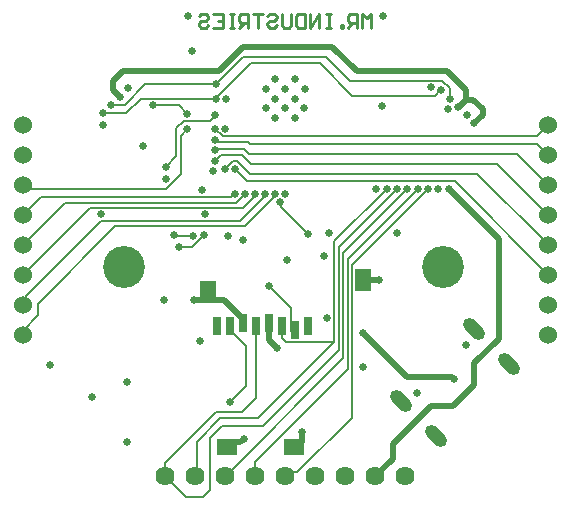
<source format=gbr>
%TF.GenerationSoftware,Altium Limited,Altium Designer,24.10.1 (45)*%
G04 Layer_Physical_Order=4*
G04 Layer_Color=16711680*
%FSLAX45Y45*%
%MOMM*%
%TF.SameCoordinates,EEF0193C-C13F-4000-B0C4-A13F86DA6223*%
%TF.FilePolarity,Positive*%
%TF.FileFunction,Copper,L4,Bot,Signal*%
%TF.Part,Single*%
G01*
G75*
%TA.AperFunction,Conductor*%
%ADD36C,0.50800*%
%ADD37C,0.15240*%
%TA.AperFunction,ComponentPad*%
%ADD40C,1.62001*%
%ADD41C,1.52400*%
%ADD42C,0.64999*%
G04:AMPARAMS|DCode=43|XSize=2.2159mm|YSize=1.10795mm|CornerRadius=0mm|HoleSize=0mm|Usage=FLASHONLY|Rotation=135.000|XOffset=0mm|YOffset=0mm|HoleType=Round|Shape=Round|*
%AMOVALD43*
21,1,1.10795,1.10795,0.00000,0.00000,135.0*
1,1,1.10795,0.39172,-0.39172*
1,1,1.10795,-0.39172,0.39172*
%
%ADD43OVALD43*%

%TA.AperFunction,ViaPad*%
%ADD44C,3.55000*%
%ADD45C,0.66040*%
%ADD46C,0.63500*%
%TA.AperFunction,SMDPad,CuDef*%
%ADD47R,0.80000X1.50000*%
%ADD48R,1.80000X1.40000*%
%ADD49R,1.40000X1.90000*%
%TA.AperFunction,NonConductor*%
%ADD50C,0.25400*%
D36*
X3800000Y2757500D02*
X4220000Y2337500D01*
Y1490000D02*
Y2337500D01*
X4012500Y3312500D02*
X4087500Y3387500D01*
Y3435000D01*
X4007500Y3515000D02*
X4087500Y3435000D01*
X3943739Y3515000D02*
X4007500D01*
X3877115Y3452500D02*
X3881239D01*
X3943739Y3515000D01*
X4012500Y1095000D02*
Y1282500D01*
X3837500Y920000D02*
X4012500Y1095000D01*
X3645000Y920000D02*
X3837500D01*
X4012500Y1282500D02*
X4220000Y1490000D01*
X3322500Y597500D02*
X3645000Y920000D01*
X3322500Y473000D02*
Y597500D01*
X3174500Y325000D02*
X3322500Y473000D01*
X2507500Y570000D02*
X2552100Y614600D01*
Y699600D02*
X2552500Y700000D01*
X2487500Y570000D02*
X2507500D01*
X2552100Y614600D02*
Y699600D01*
X2032976Y614600D02*
X2060876Y642500D01*
X1917500Y570000D02*
X1962100Y614600D01*
X2032976D01*
X2060876Y642500D02*
X2065000D01*
X3442500Y1167500D02*
X3825000D01*
X3070000Y1540000D02*
X3442500Y1167500D01*
X3825000D02*
X3840000Y1152500D01*
X1747500Y1847500D02*
X1779600Y1815400D01*
X1896100D02*
X2056500Y1655000D01*
X1779600Y1815400D02*
X1896100D01*
X2056500Y1620000D02*
Y1655000D01*
X1645000Y1820000D02*
X1732500D01*
X3072500Y1985000D02*
X3205000D01*
X2276500Y1477624D02*
X2344124Y1410000D01*
X2276500Y1477624D02*
Y1620000D01*
X2344124Y1410000D02*
X2345000D01*
X955000Y3599615D02*
X1015000Y3539615D01*
X955000Y3672500D02*
X1042500Y3760000D01*
X955000Y3599615D02*
Y3672500D01*
X1042500Y3760000D02*
X1855000D01*
X2057500Y3962500D02*
X2807500D01*
X1855000Y3760000D02*
X2057500Y3962500D01*
X3017500Y3752500D02*
X3785000D01*
X2807500Y3962500D02*
X3017500Y3752500D01*
X3942500Y3522009D02*
Y3595000D01*
X3785000Y3752500D02*
X3942500Y3595000D01*
D37*
X1470000Y2365000D02*
X1472500Y2362500D01*
X1632500D02*
X1635000Y2360000D01*
X1472500Y2362500D02*
X1632500D01*
X197500Y1772500D02*
X216244Y1791244D01*
Y1851244D01*
X850000Y2485000D02*
X2032500D01*
X216244Y1851244D02*
X850000Y2485000D01*
X322500Y1691616D02*
Y1787500D01*
X190000Y1559115D02*
X322500Y1691616D01*
Y1787500D02*
X975000Y2440000D01*
X2072500D01*
X190000Y1522000D02*
Y1559115D01*
X1885000Y3205000D02*
X4544500D01*
X1822500Y3267500D02*
X1885000Y3205000D01*
X4544500D02*
X4618220Y3278720D01*
X1856246Y3155000D02*
X2100000D01*
X2118000Y3137000D01*
X1825000Y3185000D02*
X1826247D01*
X1856246Y3155000D01*
X2118000Y3137000D02*
X4549500D01*
X2379273Y2603227D02*
Y2638227D01*
Y2603227D02*
X2602500Y2380000D01*
X2372500Y2645000D02*
X2379273Y2638227D01*
X1402500Y2757500D02*
X1527500Y2882500D01*
Y3210000D02*
X1585000Y3267500D01*
X1527500Y2882500D02*
Y3210000D01*
X3680672Y3547500D02*
X3728172Y3595000D01*
X2705000Y3820000D02*
X2977500Y3547500D01*
X3680672D01*
X2960000Y3675000D02*
X3745000D01*
X2760000Y3875000D02*
X2960000Y3675000D01*
X3745000D02*
X3805658Y3614343D01*
X1777697Y3332500D02*
X1822500Y3377303D01*
Y3387500D01*
X1555000Y3332500D02*
X1777697D01*
X4618220Y3278720D02*
X4640000Y3300500D01*
X1190000Y3522500D02*
X1822500D01*
X1825000Y3520000D01*
Y3525000D01*
X2120000Y3820000D01*
X1825000Y3645000D02*
X2055000Y3875000D01*
X1227500Y3642500D02*
X1825000D01*
Y3645000D01*
X1055000Y3470000D02*
X1227500Y3642500D01*
X2055000Y3875000D02*
X2760000D01*
X1895000Y340000D02*
X1919500D01*
X1947500Y955000D02*
X2085000Y1092500D01*
X1946500Y1565000D02*
X2085000Y1426500D01*
Y1092500D02*
Y1426500D01*
X1946500Y1565000D02*
Y1600000D01*
X546000Y2640000D02*
X2000000D01*
X2072500Y2712500D01*
X190000Y2284000D02*
X546000Y2640000D01*
X2032500Y2485000D02*
X2226977Y2679477D01*
X2060000Y2597500D02*
X2141977Y2679477D01*
X190000Y2030000D02*
X757500Y2597500D01*
X2060000D01*
X1827500Y870000D02*
X2047500D01*
X1396500Y439000D02*
X1827500Y870000D01*
X1396500Y349000D02*
Y439000D01*
X2047500Y870000D02*
X2166500Y989000D01*
Y1600000D01*
X2185000Y817500D02*
X2830000Y1462500D01*
X2417500D02*
X2829999D01*
X2830000Y1462500D01*
X1395000Y347500D02*
X1396500Y349000D01*
X2386500Y1493500D02*
X2417500Y1462500D01*
X2386500Y1493500D02*
Y1600000D01*
X1662500Y617500D02*
X1862500Y817500D01*
X2185000D01*
X1662500Y327500D02*
Y617500D01*
X1775000Y650000D02*
X1875000Y750000D01*
X1775000Y210000D02*
Y650000D01*
X1875000Y750000D02*
X2222500D01*
X2830000Y1462500D02*
Y2315000D01*
X1919500Y340000D02*
X2905000Y1325500D01*
Y2215000D01*
X2942500Y1232500D02*
Y2165000D01*
X2158500Y448500D02*
X2942500Y1232500D01*
X2830000Y2315000D02*
X3272500Y2757500D01*
X2867500Y1395000D02*
Y2265000D01*
X2222500Y750000D02*
X2867500Y1395000D01*
Y2265000D02*
X3360000Y2757500D01*
X2905000Y2215000D02*
X3445000Y2755000D01*
X2942500Y2165000D02*
X3535000Y2757500D01*
X2515000Y357500D02*
X2980000Y822500D01*
Y2115000D02*
X3622500Y2757500D01*
X2980000Y822500D02*
Y2115000D01*
X3848000Y2822500D02*
X4640000Y2030500D01*
X1987500Y2927500D02*
X2092500Y2822500D01*
X3848000D01*
X1655000Y320000D02*
X1662500Y327500D01*
X1396500Y325000D02*
X1571500Y150000D01*
X1715000D02*
X1775000Y210000D01*
X1571500Y150000D02*
X1715000D01*
X2158500Y325000D02*
Y448500D01*
X2484713Y357500D02*
X2515000D01*
X2399419Y353081D02*
X2480295D01*
X2395000Y357500D02*
X2399419Y353081D01*
X2480295D02*
X2484713Y357500D01*
X2464120Y1558380D02*
X2480000Y1542500D01*
X2464120Y1558380D02*
Y1745881D01*
X2277500Y1932500D02*
X2464120Y1745881D01*
X3036067Y1972783D02*
X3038175Y1970675D01*
X1515000Y2262500D02*
X1627500D01*
X1730000Y2365000D01*
X2072500Y2440000D02*
X2313227Y2680727D01*
X2141977Y2683231D02*
X2157500Y2698754D01*
Y2712500D01*
X2141977Y2679477D02*
Y2683231D01*
X2226977D02*
X2242500Y2698754D01*
Y2712500D01*
X2226977Y2679477D02*
Y2683231D01*
X2313227Y2680727D02*
Y2681981D01*
X2330000Y2698754D02*
Y2712500D01*
X2313227Y2681981D02*
X2330000Y2698754D01*
X1975672Y2712500D02*
X1987500D01*
X342000Y2690000D02*
X1953172D01*
X190000Y2538000D02*
X342000Y2690000D01*
X1953172D02*
X1975672Y2712500D01*
X1405000Y2940000D02*
Y2945000D01*
X1492500Y3032500D01*
Y3270000D01*
X1555000Y3332500D01*
X1290000Y3465000D02*
X1512500D01*
X1585000Y3392500D01*
X942500Y3470000D02*
X1055000D01*
X3805658Y3522500D02*
Y3614343D01*
X3728172Y3595000D02*
X3735000D01*
X2120000Y3820000D02*
X2705000D01*
X1067500Y3400000D02*
X1190000Y3522500D01*
X871737Y3400000D02*
X1067500D01*
X2377500Y330000D02*
X2407500D01*
X1394000Y327500D02*
X1396500Y325000D01*
X1387500Y327500D02*
X1394000D01*
X2407500Y330000D02*
X2412500Y325000D01*
X261615Y2757500D02*
X1402500D01*
X190000Y2792000D02*
X227115D01*
X261615Y2757500D01*
X4549500Y3137000D02*
X4636500Y3050000D01*
X1836247Y3085000D02*
X1851246Y3100000D01*
X2062500D01*
X2105000Y3057500D01*
X1822500Y3085000D02*
X1836247D01*
X2105000Y3057500D02*
X4375000D01*
X4630000Y2802500D01*
X2047500Y3045000D02*
X2122500Y2970000D01*
X4208500D02*
X4640000Y2538500D01*
X2122500Y2970000D02*
X4208500D01*
X1822500Y3002500D02*
X1830000D01*
X1872500Y3045000D01*
X2047500D01*
X2005000Y2995000D02*
X2115000Y2885000D01*
X1970000Y2995000D02*
X2005000D01*
X2115000Y2885000D02*
X4039500D01*
X1902500Y2927500D02*
X1970000Y2995000D01*
X1900000Y2925000D02*
X1902500Y2927500D01*
X1895000Y2925000D02*
X1900000D01*
X4039500Y2885000D02*
X4634500Y2290000D01*
X4642500D01*
X4630000Y2792500D02*
Y2802500D01*
X4636500Y3050000D02*
X4640000D01*
D40*
X1396500Y325000D02*
D03*
X1650500D02*
D03*
X1904500D02*
D03*
X2158500D02*
D03*
X2412500D02*
D03*
X2666500D02*
D03*
X2920500D02*
D03*
X3174500D02*
D03*
X3428500D02*
D03*
D41*
X4640000Y3300500D02*
D03*
Y3046500D02*
D03*
Y2792500D02*
D03*
Y2538500D02*
D03*
Y2284500D02*
D03*
Y2030500D02*
D03*
Y1776500D02*
D03*
Y1522500D02*
D03*
X190000Y1522000D02*
D03*
Y1776000D02*
D03*
Y2030000D02*
D03*
Y2284000D02*
D03*
Y2538000D02*
D03*
Y2792000D02*
D03*
Y3046000D02*
D03*
Y3300000D02*
D03*
D42*
X3533335Y1029390D02*
D03*
X3941689Y1437744D02*
D03*
D43*
X3397863Y964038D02*
D03*
X4008808Y1574983D02*
D03*
X4304384Y1279407D02*
D03*
X3693440Y668462D02*
D03*
D44*
X3750000Y2100000D02*
D03*
X1050000D02*
D03*
D45*
X1470000Y2365000D02*
D03*
X852500Y2542500D02*
D03*
X1712500Y2745000D02*
D03*
X872500Y3302500D02*
D03*
X2415000Y2712500D02*
D03*
X2372500Y2645000D02*
D03*
X1822500Y3267500D02*
D03*
X3800000Y2757500D02*
D03*
X3710000D02*
D03*
X3790000Y3435000D02*
D03*
X3650000Y3617500D02*
D03*
X1912500Y3522500D02*
D03*
X3182500Y2757500D02*
D03*
X1805000Y2912500D02*
D03*
X1907500Y3267500D02*
D03*
X1822500Y3387500D02*
D03*
X1825000Y3520000D02*
D03*
Y3642500D02*
D03*
X2602500Y2380000D02*
D03*
X2780000Y2382500D02*
D03*
X4012500Y3312500D02*
D03*
X1925000Y2357500D02*
D03*
X1737500Y2542500D02*
D03*
X2552500Y700000D02*
D03*
X2065000Y642500D02*
D03*
X2742500Y2187500D02*
D03*
X3070000Y1247500D02*
D03*
X1947500Y955000D02*
D03*
X3070000Y1540000D02*
D03*
X1645000Y1820000D02*
D03*
X3205000Y1985000D02*
D03*
X2427500Y2155000D02*
D03*
X2277500Y1932500D02*
D03*
X2340000Y1410000D02*
D03*
X3230000Y3460000D02*
D03*
X1625000Y3927500D02*
D03*
X1072500Y1121079D02*
D03*
X1385000Y1815000D02*
D03*
X1515000Y2262500D02*
D03*
X1730000Y2365000D02*
D03*
X2330000Y2712500D02*
D03*
X2242500D02*
D03*
X2157500D02*
D03*
X2072500D02*
D03*
X1987500D02*
D03*
X2055000Y2322500D02*
D03*
X1635000Y2360000D02*
D03*
X3840000Y1152500D02*
D03*
X1692500Y1470000D02*
D03*
X2770000Y1667500D02*
D03*
X3357500Y2387500D02*
D03*
X1402500Y2845000D02*
D03*
X1405000Y2940000D02*
D03*
X420000Y1269731D02*
D03*
X1077231Y612500D02*
D03*
X780000Y997500D02*
D03*
X1210000Y3120000D02*
D03*
X1290000Y3465000D02*
D03*
X1585000Y3392500D02*
D03*
X3948536Y3382500D02*
D03*
X3877115Y3452500D02*
D03*
X1085000Y3611036D02*
D03*
X1015000Y3539615D02*
D03*
X3805658Y3522500D02*
D03*
X3735000Y3595000D02*
D03*
X871737Y3400000D02*
D03*
X942500Y3470000D02*
D03*
X3272500Y2757500D02*
D03*
X3360000D02*
D03*
X3622500D02*
D03*
X3535000D02*
D03*
X3447500D02*
D03*
X3237500Y4222500D02*
D03*
X1587500D02*
D03*
X1822500Y2995000D02*
D03*
Y3085000D02*
D03*
Y3175000D02*
D03*
X1987500Y2927500D02*
D03*
X1902500D02*
D03*
X1585000Y3267500D02*
D03*
D46*
X2492500Y3357500D02*
D03*
Y3520000D02*
D03*
X2327500Y3522500D02*
D03*
Y3357500D02*
D03*
X2247500Y3442500D02*
D03*
X2415000Y3605000D02*
D03*
X2495000Y3687500D02*
D03*
X2330000D02*
D03*
X2247500Y3607500D02*
D03*
X2412500Y3440000D02*
D03*
X2577500Y3605000D02*
D03*
X2575000Y3442500D02*
D03*
D47*
X1836500Y1600000D02*
D03*
X1946500D02*
D03*
X2056500Y1620000D02*
D03*
X2166500Y1600000D02*
D03*
X2276500Y1620000D02*
D03*
X2386500Y1600000D02*
D03*
X2496500Y1560000D02*
D03*
X2606500Y1600000D02*
D03*
D48*
X2487500Y570000D02*
D03*
X1917500D02*
D03*
D49*
X1757500Y1885000D02*
D03*
X3072500Y1985000D02*
D03*
D50*
X3142264Y4122900D02*
Y4242861D01*
X3102277Y4202874D01*
X3062290Y4242861D01*
Y4122900D01*
X3022303D02*
Y4242861D01*
X2962322D01*
X2942328Y4222868D01*
Y4182881D01*
X2962322Y4162887D01*
X3022303D01*
X2982316D02*
X2942328Y4122900D01*
X2902341D02*
Y4142894D01*
X2882348D01*
Y4122900D01*
X2902341D01*
X2802374Y4242861D02*
X2762387D01*
X2782380D01*
Y4122900D01*
X2802374D01*
X2762387D01*
X2702406D02*
Y4242861D01*
X2622432Y4122900D01*
Y4242861D01*
X2582445D02*
Y4122900D01*
X2522464D01*
X2502470Y4142894D01*
Y4222868D01*
X2522464Y4242861D01*
X2582445D01*
X2462484D02*
Y4142894D01*
X2442490Y4122900D01*
X2402503D01*
X2382509Y4142894D01*
Y4242861D01*
X2262548Y4222868D02*
X2282542Y4242861D01*
X2322529D01*
X2342522Y4222868D01*
Y4202874D01*
X2322529Y4182881D01*
X2282542D01*
X2262548Y4162887D01*
Y4142894D01*
X2282542Y4122900D01*
X2322529D01*
X2342522Y4142894D01*
X2222561Y4242861D02*
X2142587D01*
X2182574D01*
Y4122900D01*
X2102600D02*
Y4242861D01*
X2042619D01*
X2022626Y4222868D01*
Y4182881D01*
X2042619Y4162887D01*
X2102600D01*
X2062613D02*
X2022626Y4122900D01*
X1982639Y4242861D02*
X1942652D01*
X1962645D01*
Y4122900D01*
X1982639D01*
X1942652D01*
X1802697Y4242861D02*
X1882671D01*
Y4122900D01*
X1802697D01*
X1882671Y4182881D02*
X1842684D01*
X1682736Y4222868D02*
X1702729Y4242861D01*
X1742716D01*
X1762710Y4222868D01*
Y4202874D01*
X1742716Y4182881D01*
X1702729D01*
X1682736Y4162887D01*
Y4142894D01*
X1702729Y4122900D01*
X1742716D01*
X1762710Y4142894D01*
%TF.MD5,63f66d73fa517ad78c3e17fde84f4f9c*%
M02*

</source>
